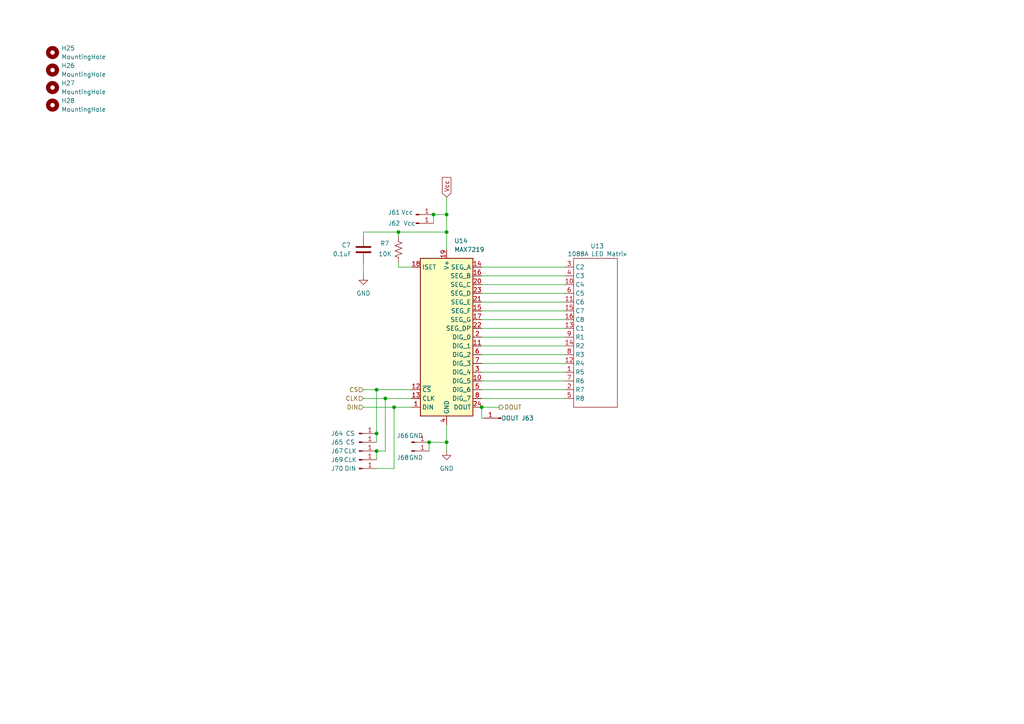
<source format=kicad_sch>
(kicad_sch (version 20231120) (generator "eeschema") (generator_version "8.0")
  (paper "A4")
  (lib_symbols
    (symbol "Connector:Conn_01x01_Pin" (pin_names (offset 1.016) hide)
      (property "Reference" "J" (at 0 2.54 0))
      (property "Value" "Conn_01x01_Pin" (at 0 -2.54 0))
      (symbol "Conn_01x01_Pin_1_1"
        (polyline (pts (xy 1.27 0) (xy 0.8636 0)) (stroke (width 0.1524)))
        (rectangle (start 0.8636 0.127) (end 0 -0.127) (stroke (width 0.1524)) (fill (type outline)))
        (pin passive line (at 5.08 0 180) (length 3.81) (name "Pin_1") (number "1"))
      )
    )
    (symbol "Device:C" (pin_numbers hide) (pin_names (offset 0.254))
      (property "Reference" "C" (at 0.635 2.54 0))
      (property "Value" "C" (at 0.635 -2.54 0))
      (symbol "C_0_1"
        (polyline (pts (xy -2.032 -0.762) (xy 2.032 -0.762)) (stroke (width 0.508)))
        (polyline (pts (xy -2.032 0.762) (xy 2.032 0.762)) (stroke (width 0.508)))
      )
      (symbol "C_1_1"
        (pin passive line (at 0 3.81 270) (length 2.794) (name "~") (number "1"))
        (pin passive line (at 0 -3.81 90) (length 2.794) (name "~") (number "2"))
      )
    )
    (symbol "Device:R_US" (pin_numbers hide) (pin_names (offset 0))
      (property "Reference" "R" (at 2.54 0 90))
      (property "Value" "R_US" (at -2.54 0 90))
      (symbol "R_US_0_1"
        (polyline (pts (xy 0 -2.286) (xy 0 -2.54)))
        (polyline (pts (xy 0 2.286) (xy 0 2.54)))
        (polyline (pts (xy 0 -0.762) (xy 1.016 -1.143) (xy 0 -1.524) (xy -1.016 -1.905) (xy 0 -2.286)))
        (polyline (pts (xy 0 0.762) (xy 1.016 0.381) (xy 0 0) (xy -1.016 -0.381) (xy 0 -0.762)))
        (polyline (pts (xy 0 2.286) (xy 1.016 1.905) (xy 0 1.524) (xy -1.016 1.143) (xy 0 0.762)))
      )
      (symbol "R_US_1_1"
        (pin passive line (at 0 3.81 270) (length 1.27) (name "~") (number "1"))
        (pin passive line (at 0 -3.81 90) (length 1.27) (name "~") (number "2"))
      )
    )
    (symbol "Driver_LED:MAX7221xWG"
      (property "Reference" "U" (at -6.35 24.13 0))
      (property "Value" "MAX7221xWG" (at 1.27 25.4 0))
      (symbol "MAX7221xWG_0_1"
        (rectangle (start -7.62 22.86) (end 7.62 -22.86) (stroke (width 0.254)) (fill (type background)))
      )
      (symbol "MAX7221xWG_1_1"
        (pin input line (at -10.16 -20.32 0) (length 2.54) (name "DIN") (number "1"))
        (pin open_collector line (at 10.16 -12.7 180) (length 2.54) (name "DIG_5") (number "10"))
        (pin open_collector line (at 10.16 -2.54 180) (length 2.54) (name "DIG_1") (number "11"))
        (pin input line (at -10.16 -15.24 0) (length 2.54) (name "~{CS}") (number "12"))
        (pin input line (at -10.16 -17.78 0) (length 2.54) (name "CLK") (number "13"))
        (pin open_emitter line (at 10.16 20.32 180) (length 2.54) (name "SEG_A") (number "14"))
        (pin open_emitter line (at 10.16 7.62 180) (length 2.54) (name "SEG_F") (number "15"))
        (pin open_emitter line (at 10.16 17.78 180) (length 2.54) (name "SEG_B") (number "16"))
        (pin open_emitter line (at 10.16 5.08 180) (length 2.54) (name "SEG_G") (number "17"))
        (pin input line (at -10.16 20.32 0) (length 2.54) (name "ISET") (number "18"))
        (pin power_in line (at 0 25.4 270) (length 2.54) (name "V+") (number "19"))
        (pin open_collector line (at 10.16 0 180) (length 2.54) (name "DIG_0") (number "2"))
        (pin open_emitter line (at 10.16 15.24 180) (length 2.54) (name "SEG_C") (number "20"))
        (pin open_emitter line (at 10.16 10.16 180) (length 2.54) (name "SEG_E") (number "21"))
        (pin open_emitter line (at 10.16 2.54 180) (length 2.54) (name "SEG_DP") (number "22"))
        (pin open_emitter line (at 10.16 12.7 180) (length 2.54) (name "SEG_D") (number "23"))
        (pin output line (at 10.16 -20.32 180) (length 2.54) (name "DOUT") (number "24"))
        (pin open_collector line (at 10.16 -10.16 180) (length 2.54) (name "DIG_4") (number "3"))
        (pin power_in line (at 0 -25.4 90) (length 2.54) (name "GND") (number "4"))
        (pin open_collector line (at 10.16 -15.24 180) (length 2.54) (name "DIG_6") (number "5"))
        (pin open_collector line (at 10.16 -5.08 180) (length 2.54) (name "DIG_2") (number "6"))
        (pin open_collector line (at 10.16 -7.62 180) (length 2.54) (name "DIG_3") (number "7"))
        (pin open_collector line (at 10.16 -17.78 180) (length 2.54) (name "DIG_7") (number "8"))
        (pin passive line (at 0 -25.4 90) (length 2.54) hide (name "GND") (number "9"))
      )
    )
    (symbol "Mechanical:MountingHole" (pin_names (offset 1.016)) (exclude_from_sim yes) (in_bom no)
      (property "Reference" "H" (at 0 5.08 0))
      (property "Value" "MountingHole" (at 0 3.175 0))
      (symbol "MountingHole_0_1"
        (circle (center 0 0) (radius 1.27) (stroke (width 1.27)))
      )
    )
    (symbol "New_Library:1088A_LED_Matrix"
      (property "Reference" "U2" (at 0.508 25.146 0))
      (property "Value" "1088A LED Matrix" (at 0.508 22.86 0))
      (symbol "1088A_LED_Matrix_0_1"
        (rectangle (start -6.35 21.59) (end 6.35 -21.59))
      )
      (symbol "1088A_LED_Matrix_1_1"
        (pin passive line (at -8.89 -11.43 0) (length 2.54) (name "R5") (number "1"))
        (pin passive line (at -8.89 13.97 0) (length 2.54) (name "C4") (number "10"))
        (pin passive line (at -8.89 8.89 0) (length 2.54) (name "C6") (number "11"))
        (pin passive line (at -8.89 -8.89 0) (length 2.54) (name "R4") (number "12"))
        (pin passive line (at -8.89 1.27 0) (length 2.54) (name "C1") (number "13"))
        (pin passive line (at -8.89 -3.81 0) (length 2.54) (name "R2") (number "14"))
        (pin passive line (at -8.89 6.35 0) (length 2.54) (name "C7") (number "15"))
        (pin passive line (at -8.89 3.81 0) (length 2.54) (name "C8") (number "16"))
        (pin passive line (at -8.89 -16.51 0) (length 2.54) (name "R7") (number "2"))
        (pin passive line (at -8.89 19.05 0) (length 2.54) (name "C2") (number "3"))
        (pin passive line (at -8.89 16.51 0) (length 2.54) (name "C3") (number "4"))
        (pin passive line (at -8.89 -19.05 0) (length 2.54) (name "R8") (number "5"))
        (pin passive line (at -8.89 11.43 0) (length 2.54) (name "C5") (number "6"))
        (pin passive line (at -8.89 -13.97 0) (length 2.54) (name "R6") (number "7"))
        (pin passive line (at -8.89 -6.35 0) (length 2.54) (name "R3") (number "8"))
        (pin passive line (at -8.89 -1.27 0) (length 2.54) (name "R1") (number "9"))
      )
    )
    (symbol "power:GND" (power) (pin_numbers hide) (pin_names (offset 0) hide)
      (property "Value" "GND" (at 0 -3.81 0))
      (symbol "GND_0_1"
        (polyline (pts (xy 0 0) (xy 0 -1.27) (xy 1.27 -1.27) (xy 0 -2.54) (xy -1.27 -1.27) (xy 0 -1.27)))
      )
      (symbol "GND_1_1"
        (pin power_in line (at 0 0 270) (length 0) (name "~") (number "1"))
      )
    )
  )
  (junction (at 139.7 118.11))
  (junction (at 124.46 128.27))
  (junction (at 115.57 67.31))
  (junction (at 129.54 128.27))
  (junction (at 109.22 125.73))
  (junction (at 114.3 118.11))
  (junction (at 129.54 62.23))
  (junction (at 129.54 67.31))
  (junction (at 125.73 62.23))
  (junction (at 111.76 115.57))
  (junction (at 109.22 113.03))
  (junction (at 109.22 130.81))
  (wire (pts (xy 139.7 118.11) (xy 139.7 121.285)))
  (wire (pts (xy 129.54 67.31) (xy 129.54 72.39)))
  (wire (pts (xy 115.57 68.58) (xy 115.57 67.31)))
  (wire (pts (xy 139.7 82.55) (xy 163.83 82.55)))
  (wire (pts (xy 139.7 113.03) (xy 163.83 113.03)))
  (wire (pts (xy 139.7 77.47) (xy 163.83 77.47)))
  (wire (pts (xy 105.41 115.57) (xy 111.76 115.57)))
  (wire (pts (xy 114.3 118.11) (xy 119.38 118.11)))
  (wire (pts (xy 139.7 105.41) (xy 163.83 105.41)))
  (wire (pts (xy 124.46 128.27) (xy 124.46 130.81)))
  (wire (pts (xy 139.7 107.95) (xy 163.83 107.95)))
  (wire (pts (xy 105.41 118.11) (xy 114.3 118.11)))
  (wire (pts (xy 109.22 130.81) (xy 109.22 133.35)))
  (wire (pts (xy 115.57 67.31) (xy 129.54 67.31)))
  (wire (pts (xy 139.7 97.79) (xy 163.83 97.79)))
  (wire (pts (xy 124.46 128.27) (xy 129.54 128.27)))
  (wire (pts (xy 105.41 67.31) (xy 115.57 67.31)))
  (wire (pts (xy 139.7 80.01) (xy 163.83 80.01)))
  (wire (pts (xy 109.22 125.73) (xy 109.22 128.27)))
  (wire (pts (xy 125.73 62.23) (xy 129.54 62.23)))
  (wire (pts (xy 139.7 115.57) (xy 163.83 115.57)))
  (wire (pts (xy 129.54 123.19) (xy 129.54 128.27)))
  (wire (pts (xy 139.7 85.09) (xy 163.83 85.09)))
  (wire (pts (xy 109.22 113.03) (xy 109.22 125.73)))
  (wire (pts (xy 139.7 87.63) (xy 163.83 87.63)))
  (wire (pts (xy 109.22 135.89) (xy 114.3 135.89)))
  (wire (pts (xy 114.3 118.11) (xy 114.3 135.89)))
  (wire (pts (xy 129.54 57.15) (xy 129.54 62.23)))
  (wire (pts (xy 115.57 76.2) (xy 115.57 77.47)))
  (wire (pts (xy 105.41 76.2) (xy 105.41 80.01)))
  (wire (pts (xy 139.7 95.25) (xy 163.83 95.25)))
  (wire (pts (xy 139.7 100.33) (xy 163.83 100.33)))
  (wire (pts (xy 139.7 102.87) (xy 163.83 102.87)))
  (wire (pts (xy 111.76 115.57) (xy 111.76 130.81)))
  (wire (pts (xy 105.41 113.03) (xy 109.22 113.03)))
  (wire (pts (xy 139.7 90.17) (xy 163.83 90.17)))
  (wire (pts (xy 125.73 62.23) (xy 125.73 64.77)))
  (wire (pts (xy 140.335 121.285) (xy 139.7 121.285)))
  (wire (pts (xy 105.41 68.58) (xy 105.41 67.31)))
  (wire (pts (xy 139.7 92.71) (xy 163.83 92.71)))
  (wire (pts (xy 115.57 77.47) (xy 119.38 77.47)))
  (wire (pts (xy 111.76 115.57) (xy 119.38 115.57)))
  (wire (pts (xy 109.22 113.03) (xy 119.38 113.03)))
  (wire (pts (xy 139.7 118.11) (xy 144.78 118.11)))
  (wire (pts (xy 129.54 128.27) (xy 129.54 130.81)))
  (wire (pts (xy 109.22 130.81) (xy 111.76 130.81)))
  (wire (pts (xy 139.7 110.49) (xy 163.83 110.49)))
  (wire (pts (xy 129.54 62.23) (xy 129.54 67.31)))
  (global_label "Vcc" (shape input) (at 129.54 57.15 90) (property "Intersheetrefs" "${INTERSHEET_REFS}" (effects (hide yes))))
  (hierarchical_label "DIN" (shape input) (at 105.41 118.11 180))
  (hierarchical_label "DOUT" (shape output) (at 144.78 118.11 0))
  (hierarchical_label "CS" (shape input) (at 105.41 113.03 180))
  (hierarchical_label "CLK" (shape input) (at 105.41 115.57 180))
  (symbol (lib_id "Mechanical:MountingHole") (at 15.24 30.48 0) (unit 1) (exclude_from_sim yes) (in_bom no)
    (property "Reference" "H28" (at 17.78 29.2099 0) (effects (justify left)))
    (property "Value" "MountingHole" (at 17.78 31.7499 0) (effects (justify left)))
    (property "Footprint" "FootPrints:MountingHole_3.2mm_M3" (effects (hide yes)))
    (property "Description" "Mounting Hole without connection" (effects (hide yes)))
    (instances (project "1088as" (path "" (reference "H28") (unit 1)) (path "" (reference "H12") (unit 1)) (path "" (reference "H32") (unit 1)) (path "" (reference "H20") (unit 1)) (path "" (reference "H24") (unit 1)) (path "" (reference "H4") (unit 1)) (path "" (reference "H16") (unit 1)) (path "" (reference "H8") (unit 1))))
  )
  (symbol (lib_id "Connector:Conn_01x01_Pin") (at 119.38 130.81 0) (unit 1)
    (property "Reference" "J68" (at 116.84 132.715 0))
    (property "Value" "GND" (at 120.65 132.715 0))
    (property "Footprint" "FootPrints:PinHeader_1x01_P2.54mm_Vertical" (effects (hide yes)))
    (property "Description" "Generic connector, single row, 01x01, script generated" (effects (hide yes)))
    (instances (project "1088as" (path "" (reference "J68") (unit 1)) (path "" (reference "J28") (unit 1)) (path "" (reference "J78") (unit 1)) (path "" (reference "J48") (unit 1)) (path "" (reference "J58") (unit 1)) (path "" (reference "J8") (unit 1)) (path "" (reference "J38") (unit 1)) (path "" (reference "J18") (unit 1))))
  )
  (symbol (lib_id "Connector:Conn_01x01_Pin") (at 120.65 62.23 0) (unit 1)
    (property "Reference" "J61" (at 114.3 61.595 0))
    (property "Value" "Vcc" (at 118.11 61.595 0))
    (property "Footprint" "FootPrints:PinHeader_1x01_P2.54mm_Vertical" (effects (hide yes)))
    (property "Description" "Generic connector, single row, 01x01, script generated" (effects (hide yes)))
    (instances (project "1088as" (path "" (reference "J61") (unit 1)) (path "" (reference "J21") (unit 1)) (path "" (reference "J71") (unit 1)) (path "" (reference "J41") (unit 1)) (path "" (reference "J51") (unit 1)) (path "" (reference "J1") (unit 1)) (path "" (reference "J31") (unit 1)) (path "" (reference "J11") (unit 1))))
  )
  (symbol (lib_id "Connector:Conn_01x01_Pin") (at 104.14 128.27 0) (unit 1)
    (property "Reference" "J65" (at 97.79 128.27 0))
    (property "Value" "CS" (at 101.6 128.27 0))
    (property "Footprint" "FootPrints:PinHeader_1x01_P2.54mm_Vertical" (effects (hide yes)))
    (property "Description" "Generic connector, single row, 01x01, script generated" (effects (hide yes)))
    (instances (project "1088as" (path "" (reference "J65") (unit 1)) (path "" (reference "J25") (unit 1)) (path "" (reference "J75") (unit 1)) (path "" (reference "J45") (unit 1)) (path "" (reference "J55") (unit 1)) (path "" (reference "J5") (unit 1)) (path "" (reference "J35") (unit 1)) (path "" (reference "J15") (unit 1))))
  )
  (symbol (lib_id "Connector:Conn_01x01_Pin") (at 104.14 130.81 0) (unit 1)
    (property "Reference" "J67" (at 97.79 130.81 0))
    (property "Value" "CLK" (at 101.6 130.81 0))
    (property "Footprint" "FootPrints:PinHeader_1x01_P2.54mm_Vertical" (effects (hide yes)))
    (property "Description" "Generic connector, single row, 01x01, script generated" (effects (hide yes)))
    (instances (project "1088as" (path "" (reference "J67") (unit 1)) (path "" (reference "J27") (unit 1)) (path "" (reference "J77") (unit 1)) (path "" (reference "J47") (unit 1)) (path "" (reference "J57") (unit 1)) (path "" (reference "J7") (unit 1)) (path "" (reference "J37") (unit 1)) (path "" (reference "J17") (unit 1))))
  )
  (symbol (lib_id "Connector:Conn_01x01_Pin") (at 104.14 135.89 0) (unit 1)
    (property "Reference" "J70" (at 97.79 135.89 0))
    (property "Value" "DIN" (at 101.6 135.89 0))
    (property "Footprint" "FootPrints:PinHeader_1x01_P2.54mm_Vertical" (effects (hide yes)))
    (property "Description" "Generic connector, single row, 01x01, script generated" (effects (hide yes)))
    (instances (project "1088as" (path "" (reference "J70") (unit 1)) (path "" (reference "J30") (unit 1)) (path "" (reference "J80") (unit 1)) (path "" (reference "J50") (unit 1)) (path "" (reference "J60") (unit 1)) (path "" (reference "J10") (unit 1)) (path "" (reference "J40") (unit 1)) (path "" (reference "J20") (unit 1))))
  )
  (symbol (lib_id "Mechanical:MountingHole") (at 15.24 20.32 0) (unit 1) (exclude_from_sim yes) (in_bom no)
    (property "Reference" "H26" (at 17.78 19.0499 0) (effects (justify left)))
    (property "Value" "MountingHole" (at 17.78 21.5899 0) (effects (justify left)))
    (property "Footprint" "FootPrints:MountingHole_3.2mm_M3" (effects (hide yes)))
    (property "Description" "Mounting Hole without connection" (effects (hide yes)))
    (instances (project "1088as" (path "" (reference "H26") (unit 1)) (path "" (reference "H10") (unit 1)) (path "" (reference "H30") (unit 1)) (path "" (reference "H18") (unit 1)) (path "" (reference "H22") (unit 1)) (path "" (reference "H2") (unit 1)) (path "" (reference "H14") (unit 1)) (path "" (reference "H6") (unit 1))))
  )
  (symbol (lib_id "Device:C") (at 105.41 72.39 0) (unit 1)
    (property "Reference" "C7" (at 99.06 71.12 0) (effects (justify left)))
    (property "Value" "0.1uF" (at 96.52 73.66 0) (effects (justify left)))
    (property "Footprint" "Capacitor_SMD:C_1206_3216Metric_Pad1.33x1.80mm_HandSolder" (effects (hide yes)))
    (property "Description" "Unpolarized capacitor" (effects (hide yes)))
    (instances (project "1088as" (path "" (reference "C7") (unit 1)) (path "" (reference "C3") (unit 1)) (path "" (reference "C8") (unit 1)) (path "" (reference "C5") (unit 1)) (path "" (reference "C6") (unit 1)) (path "" (reference "C1") (unit 1)) (path "" (reference "C4") (unit 1)) (path "" (reference "C2") (unit 1))))
  )
  (symbol (lib_id "Mechanical:MountingHole") (at 15.24 25.4 0) (unit 1) (exclude_from_sim yes) (in_bom no)
    (property "Reference" "H27" (at 17.78 24.1299 0) (effects (justify left)))
    (property "Value" "MountingHole" (at 17.78 26.6699 0) (effects (justify left)))
    (property "Footprint" "FootPrints:MountingHole_3.2mm_M3" (effects (hide yes)))
    (property "Description" "Mounting Hole without connection" (effects (hide yes)))
    (instances (project "1088as" (path "" (reference "H27") (unit 1)) (path "" (reference "H11") (unit 1)) (path "" (reference "H31") (unit 1)) (path "" (reference "H19") (unit 1)) (path "" (reference "H23") (unit 1)) (path "" (reference "H3") (unit 1)) (path "" (reference "H15") (unit 1)) (path "" (reference "H7") (unit 1))))
  )
  (symbol (lib_id "Connector:Conn_01x01_Pin") (at 104.14 125.73 0) (unit 1)
    (property "Reference" "J64" (at 97.79 125.73 0))
    (property "Value" "CS" (at 101.6 125.73 0))
    (property "Footprint" "FootPrints:PinHeader_1x01_P2.54mm_Vertical" (effects (hide yes)))
    (property "Description" "Generic connector, single row, 01x01, script generated" (effects (hide yes)))
    (instances (project "1088as" (path "" (reference "J64") (unit 1)) (path "" (reference "J24") (unit 1)) (path "" (reference "J74") (unit 1)) (path "" (reference "J44") (unit 1)) (path "" (reference "J54") (unit 1)) (path "" (reference "J4") (unit 1)) (path "" (reference "J34") (unit 1)) (path "" (reference "J14") (unit 1))))
  )
  (symbol (lib_id "Device:R_US") (at 115.57 72.39 0) (unit 1)
    (property "Reference" "R7" (at 110.236 70.612 0) (effects (justify left)))
    (property "Value" "10K" (at 109.728 73.66 0) (effects (justify left)))
    (property "Footprint" "Resistor_SMD:R_1206_3216Metric_Pad1.30x1.75mm_HandSolder" (effects (hide yes)))
    (property "Description" "Resistor, US symbol" (effects (hide yes)))
    (instances (project "1088as" (path "" (reference "R7") (unit 1)) (path "" (reference "R3") (unit 1)) (path "" (reference "R8") (unit 1)) (path "" (reference "R5") (unit 1)) (path "" (reference "R6") (unit 1)) (path "" (reference "R1") (unit 1)) (path "" (reference "R4") (unit 1)) (path "" (reference "R2") (unit 1))))
  )
  (symbol (lib_id "Mechanical:MountingHole") (at 15.24 15.24 0) (unit 1) (exclude_from_sim yes) (in_bom no)
    (property "Reference" "H25" (at 17.78 13.9699 0) (effects (justify left)))
    (property "Value" "MountingHole" (at 17.78 16.5099 0) (effects (justify left)))
    (property "Footprint" "FootPrints:MountingHole_3.2mm_M3" (effects (hide yes)))
    (property "Description" "Mounting Hole without connection" (effects (hide yes)))
    (instances (project "1088as" (path "" (reference "H25") (unit 1)) (path "" (reference "H9") (unit 1)) (path "" (reference "H29") (unit 1)) (path "" (reference "H17") (unit 1)) (path "" (reference "H21") (unit 1)) (path "" (reference "H1") (unit 1)) (path "" (reference "H13") (unit 1)) (path "" (reference "H5") (unit 1))))
  )
  (symbol (lib_id "New_Library:1088A_LED_Matrix") (at 172.72 96.52 0) (unit 1)
    (property "Reference" "U13" (at 173.228 71.374 0))
    (property "Value" "1088A LED Matrix" (at 173.228 73.66 0))
    (property "Footprint" "FootPrints:1088A LED Matrix" (effects (hide yes)))
    (instances (project "1088as" (path "" (reference "U13") (unit 1)) (path "" (reference "U5") (unit 1)) (path "" (reference "U15") (unit 1)) (path "" (reference "U9") (unit 1)) (path "" (reference "U11") (unit 1)) (path "" (reference "U1") (unit 1)) (path "" (reference "U7") (unit 1)) (path "" (reference "U3") (unit 1))))
  )
  (symbol (lib_id "Connector:Conn_01x01_Pin") (at 119.38 128.27 0) (unit 1)
    (property "Reference" "J66" (at 116.84 126.365 0))
    (property "Value" "GND" (at 120.65 126.365 0))
    (property "Footprint" "FootPrints:PinHeader_1x01_P2.54mm_Vertical" (effects (hide yes)))
    (property "Description" "Generic connector, single row, 01x01, script generated" (effects (hide yes)))
    (instances (project "1088as" (path "" (reference "J66") (unit 1)) (path "" (reference "J26") (unit 1)) (path "" (reference "J76") (unit 1)) (path "" (reference "J46") (unit 1)) (path "" (reference "J56") (unit 1)) (path "" (reference "J6") (unit 1)) (path "" (reference "J36") (unit 1)) (path "" (reference "J16") (unit 1))))
  )
  (symbol (lib_id "Connector:Conn_01x01_Pin") (at 145.415 121.285 180) (unit 1)
    (property "Reference" "J63" (at 153.035 121.285 0))
    (property "Value" "DOUT" (at 147.955 121.285 0))
    (property "Footprint" "FootPrints:PinHeader_1x01_P2.54mm_Vertical" (effects (hide yes)))
    (property "Description" "Generic connector, single row, 01x01, script generated" (effects (hide yes)))
    (instances (project "1088as" (path "" (reference "J63") (unit 1)) (path "" (reference "J23") (unit 1)) (path "" (reference "J73") (unit 1)) (path "" (reference "J43") (unit 1)) (path "" (reference "J53") (unit 1)) (path "" (reference "J3") (unit 1)) (path "" (reference "J33") (unit 1)) (path "" (reference "J13") (unit 1))))
  )
  (symbol (lib_id "power:GND") (at 129.54 130.81 0) (unit 1)
    (property "Reference" "#PWR014" (effects (hide yes)))
    (property "Value" "GND" (at 129.54 135.89 0))
    (property "Description" "Power symbol creates a global label with name \"GND\" , ground" (effects (hide yes)))
    (instances (project "1088as" (path "" (reference "#PWR014") (unit 1)) (path "" (reference "#PWR06") (unit 1)) (path "" (reference "#PWR016") (unit 1)) (path "" (reference "#PWR010") (unit 1)) (path "" (reference "#PWR012") (unit 1)) (path "" (reference "#PWR02") (unit 1)) (path "" (reference "#PWR08") (unit 1)) (path "" (reference "#PWR04") (unit 1))))
  )
  (symbol (lib_id "Driver_LED:MAX7221xWG") (at 129.54 97.79 0) (unit 1)
    (property "Reference" "U14" (at 131.7341 69.85 0) (effects (justify left)))
    (property "Value" "MAX7219" (at 131.7341 72.39 0) (effects (justify left)))
    (property "Footprint" "Package_SO:SOIC-24W_7.5x15.4mm_P1.27mm" (effects (hide yes)))
    (property "Datasheet" "https://datasheets.maximintegrated.com/en/ds/MAX7219-MAX7221.pdf" (effects (hide yes)))
    (property "Description" "Serially Interfaced, 8-Digit LED Display Driver, SOIC-24W" (effects (hide yes)))
    (instances (project "1088as" (path "" (reference "U14") (unit 1)) (path "" (reference "U6") (unit 1)) (path "" (reference "U16") (unit 1)) (path "" (reference "U10") (unit 1)) (path "" (reference "U12") (unit 1)) (path "" (reference "U2") (unit 1)) (path "" (reference "U8") (unit 1)) (path "" (reference "U4") (unit 1))))
  )
  (symbol (lib_id "Connector:Conn_01x01_Pin") (at 120.65 64.77 0) (unit 1)
    (property "Reference" "J62" (at 114.3 64.77 0))
    (property "Value" "Vcc" (at 118.745 64.77 0))
    (property "Footprint" "FootPrints:PinHeader_1x01_P2.54mm_Vertical" (effects (hide yes)))
    (property "Description" "Generic connector, single row, 01x01, script generated" (effects (hide yes)))
    (instances (project "1088as" (path "" (reference "J62") (unit 1)) (path "" (reference "J22") (unit 1)) (path "" (reference "J72") (unit 1)) (path "" (reference "J42") (unit 1)) (path "" (reference "J52") (unit 1)) (path "" (reference "J2") (unit 1)) (path "" (reference "J32") (unit 1)) (path "" (reference "J12") (unit 1))))
  )
  (symbol (lib_id "Connector:Conn_01x01_Pin") (at 104.14 133.35 0) (unit 1)
    (property "Reference" "J69" (at 97.79 133.35 0))
    (property "Value" "CLK" (at 101.6 133.35 0))
    (property "Footprint" "FootPrints:PinHeader_1x01_P2.54mm_Vertical" (effects (hide yes)))
    (property "Description" "Generic connector, single row, 01x01, script generated" (effects (hide yes)))
    (instances (project "1088as" (path "" (reference "J69") (unit 1)) (path "" (reference "J29") (unit 1)) (path "" (reference "J79") (unit 1)) (path "" (reference "J49") (unit 1)) (path "" (reference "J59") (unit 1)) (path "" (reference "J9") (unit 1)) (path "" (reference "J39") (unit 1)) (path "" (reference "J19") (unit 1))))
  )
  (symbol (lib_id "power:GND") (at 105.41 80.01 0) (unit 1)
    (property "Reference" "#PWR013" (effects (hide yes)))
    (property "Value" "GND" (at 105.41 85.09 0))
    (property "Description" "Power symbol creates a global label with name \"GND\" , ground" (effects (hide yes)))
    (instances (project "1088as" (path "" (reference "#PWR013") (unit 1)) (path "" (reference "#PWR05") (unit 1)) (path "" (reference "#PWR015") (unit 1)) (path "" (reference "#PWR09") (unit 1)) (path "" (reference "#PWR011") (unit 1)) (path "" (reference "#PWR01") (unit 1)) (path "" (reference "#PWR07") (unit 1)) (path "" (reference "#PWR03") (unit 1))))
  )
)
</source>
